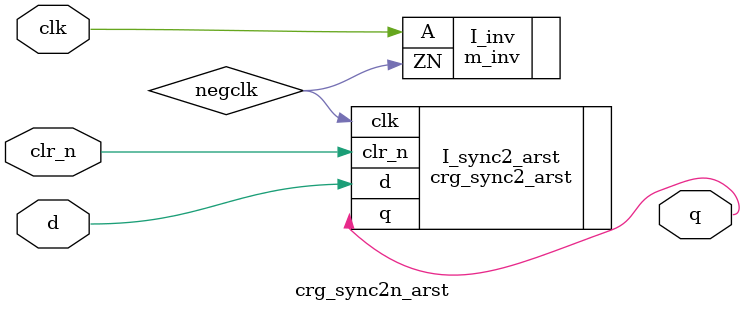
<source format=v>
module crg_sync2n_arst (clr_n, d, clk, q);
   input        wire clr_n;          // Active low  async clear input
   input        wire d;              //  data input
   input        wire clk;            //  clock input
   output       wire q;              //  data output
   parameter RESET_STATE = 1'b0;

wire negclk;

m_inv I_inv(.A(clk), .ZN(negclk));
crg_sync2_arst #(.RESET_STATE(RESET_STATE)) I_sync2_arst (.clk(negclk), .d(d), .clr_n(clr_n), .q(q));

endmodule // crg_sync2n_arst

</source>
